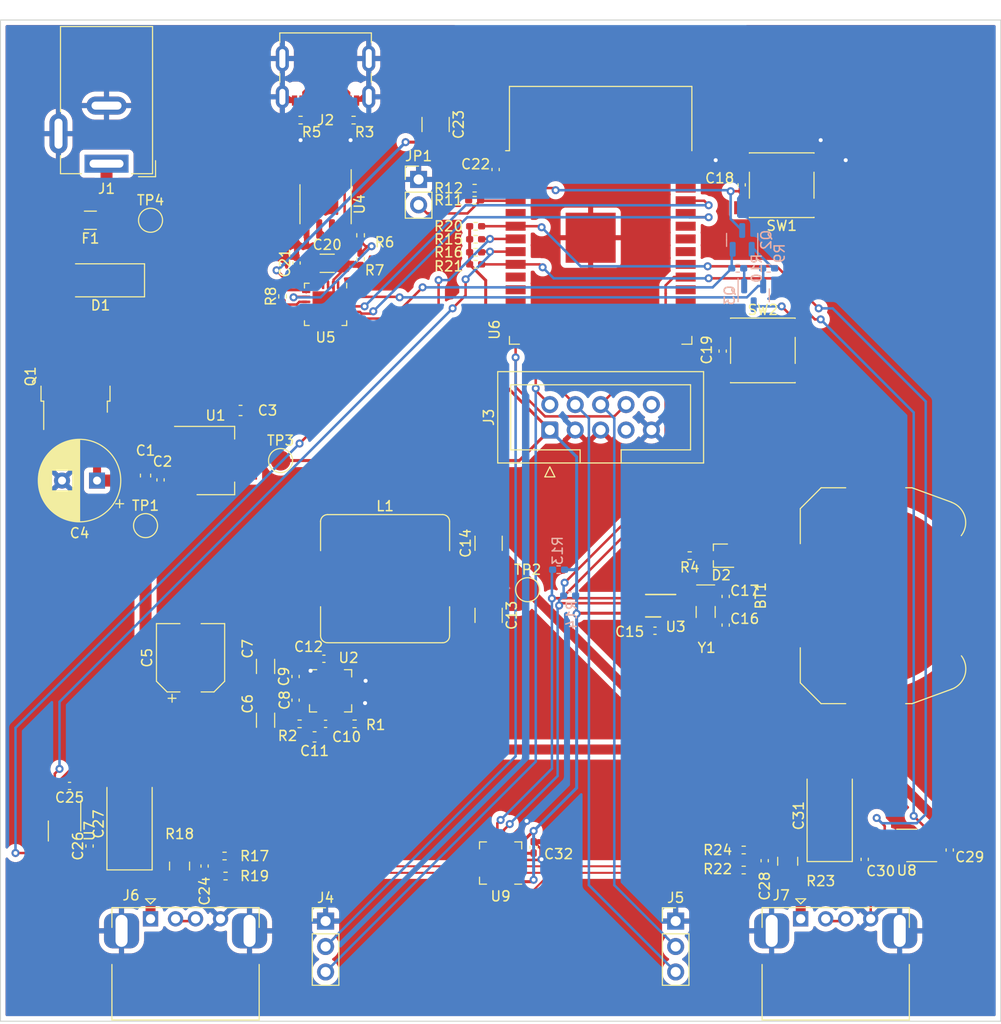
<source format=kicad_pcb>
(kicad_pcb (version 20211014) (generator pcbnew)
  (title_block (comment 4 "AISLER Project ID: GKDCVHRV"))
  (layers (0 "F.Cu" signal) (31 "B.Cu" signal) (34 "B.Paste" user) (35 "F.Paste" user) (36 "B.SilkS" user "B.Silkscreen") (37 "F.SilkS" user "F.Silkscreen") (38 "B.Mask" user) (39 "F.Mask" user) (44 "Edge.Cuts" user))
  (net 0 "")
  (net 1 "GND")
  (net 2 "Net-(BT1-Pad1)")
  (net 3 "+12V")
  (net 4 "+3V3")
  (net 5 "Net-(C10-Pad1)")
  (net 6 "/Power/INTVCC")
  (net 7 "Net-(C12-Pad1)")
  (net 8 "Net-(C12-Pad2)")
  (net 9 "+5V")
  (net 10 "Net-(C16-Pad1)")
  (net 11 "Net-(C17-Pad1)")
  (net 12 "/ESP32/EN")
  (net 13 "/ESP32/BTN")
  (net 14 "Net-(C24-Pad1)")
  (net 15 "Net-(C24-Pad2)")
  (net 16 "Net-(C28-Pad1)")
  (net 17 "Net-(C28-Pad2)")
  (net 18 "Net-(J6-Pad1)")
  (net 19 "Net-(J6-Pad2)")
  (net 21 "/Outputs/USB1_PWR")
  (net 24 "/Outputs/USB2_PWR")
  (net 25 "Net-(D1-Pad2)")
  (net 27 "Net-(D2-Pad3)")
  (net 28 "Net-(F1-Pad1)")
  (net 29 "VBUS")
  (net 30 "Net-(J2-PadA5)")
  (net 31 "/ESP32/DATA+")
  (net 32 "/ESP32/DATA-")
  (net 34 "Net-(J2-PadB5)")
  (net 37 "/ESP32/MTMS{slash}SBC1_RX")
  (net 38 "/ESP32/MTCK{slash}SBC2_TX")
  (net 39 "/ESP32/MTDO{slash}SBC2_RX")
  (net 40 "/ESP32/MTDI{slash}SBC1_RX")
  (net 46 "Net-(J7-Pad1)")
  (net 47 "Net-(J7-Pad2)")
  (net 50 "/ESP32/~{JTAG_EN}")
  (net 51 "Net-(R1-Pad2)")
  (net 52 "/Power/~{RESET}")
  (net 53 "Net-(R4-Pad2)")
  (net 54 "Net-(R6-Pad1)")
  (net 55 "Net-(R8-Pad1)")
  (net 56 "/ESP32/SDA")
  (net 57 "/ESP32/SCL")
  (net 59 "/ESP32/~{SBC1_FLT}")
  (net 60 "/ESP32/~{SBC1_EN}")
  (net 61 "/Outputs/IN-1")
  (net 62 "/Outputs/IN+1")
  (net 63 "/ESP32/~{SBC2_FLT}")
  (net 64 "/ESP32/~{SBC2_EN}")
  (net 65 "/Outputs/IN-2")
  (net 66 "/Outputs/IN+2")
  (net 85 "/ESP32/~{RTS}")
  (net 86 "/ESP32/DEBUG_RX")
  (net 87 "/ESP32/DEBUG_TX")
  (net 89 "/ESP32/~{DTR}")
  (net 100 "/ESP32/D+")
  (net 101 "/ESP32/D-")
  (net 102 "Net-(Q2-Pad1)")
  (net 103 "Net-(Q3-Pad1)")
  (footprint "Capacitor_SMD:C_0603_1608Metric_Pad1.08x0.95mm_HandSolder" (layer "F.Cu") (at 34.5 65.5 90)
    (fp_text reference "C1")
    (fp_text value "1u")
  )
  (footprint "Capacitor_Tantalum_SMD:CP_EIA-7343-31_Kemet-D_Pad2.25x2.55mm_HandSolder" (layer "F.Cu") (at 32.9025 100.3 90)
    (property "Value" "150u")
    (fp_text reference "C27")
    (fp_text value "150u")
  )
  (footprint "Package_SO:VSSOP-8_3.0x3.0mm_P0.65mm" (layer "F.Cu") (at 110.6 102.4425 180)
    (property "Value" "TPS2000C")
    (fp_text reference "U8")
    (fp_text value "TPS2000C")
  )
  (footprint "Resistor_SMD:R_0402_1005Metric_Pad0.72x0.64mm_HandSolder" (layer "F.Cu") (at 67.5 43.2 180)
    (fp_text reference "R16")
    (fp_text value "10k")
  )
  (footprint "Capacitor_SMD:C_0402_1005Metric_Pad0.74x0.62mm_HandSolder" (layer "F.Cu") (at 96.4 103.9675 90)
    (property "Value" "C")
    (fp_text reference "C28")
    (fp_text value "100n")
  )
  (footprint "Fuse:Fuse_1206_3216Metric_Pad1.42x1.75mm_HandSolder" (layer "F.Cu") (at 28.9875 40 180)
    (fp_text reference "F1")
    (fp_text value "5A")
  )
  (footprint "Resistor_SMD:R_0402_1005Metric_Pad0.72x0.64mm_HandSolder" (layer "F.Cu") (at 56 41.5025 90)
    (fp_text reference "R6")
    (fp_text value "22.1k")
  )
  (footprint "Capacitor_SMD:CP_Elec_6.3x5.8" (layer "F.Cu") (at 39 83.7 90)
    (fp_text reference "C5")
    (fp_text value "47u")
  )
  (footprint "Capacitor_SMD:C_0402_1005Metric_Pad0.74x0.62mm_HandSolder" (layer "F.Cu") (at 92.5 80.4325 90)
    (property "Value" "C")
    (fp_text reference "C16")
    (fp_text value "6.8p")
  )
  (footprint "Capacitor_SMD:C_0402_1005Metric_Pad0.74x0.62mm_HandSolder" (layer "F.Cu") (at 94.1 36.4675 90)
    (fp_text reference "C18")
    (fp_text value "100n")
  )
  (footprint "Inductor_SMD:L_Bourns_SRP1245A" (layer "F.Cu") (at 58.45 75.8)
    (fp_text reference "L1")
    (fp_text value "8.2uH")
  )
  (footprint "Capacitor_SMD:C_0402_1005Metric_Pad0.74x0.62mm_HandSolder" (layer "F.Cu") (at 106.4 103.8325 -90)
    (property "Value" "100n")
    (fp_text reference "C30")
    (fp_text value "100n")
  )
  (footprint "TestPoint:TestPoint_Pad_D2.0mm" (layer "F.Cu") (at 34.5 70.5)
    (fp_text reference "TP1")
    (fp_text value "+12V")
  )
  (footprint "Capacitor_SMD:C_0402_1005Metric_Pad0.74x0.62mm_HandSolder" (layer "F.Cu") (at 28.9025 102.5 90)
    (property "Value" "100n")
    (fp_text reference "C26")
    (fp_text value "100n")
  )
  (footprint "Resistor_SMD:R_0402_1005Metric_Pad0.72x0.64mm_HandSolder" (layer "F.Cu") (at 50 30 180)
    (fp_text reference "R5")
    (fp_text value "5.1k")
  )
  (footprint "Resistor_SMD:R_0402_1005Metric_Pad0.72x0.64mm_HandSolder" (layer "F.Cu") (at 55.4025 90.3 180)
    (fp_text reference "R1")
    (fp_text value "51k")
  )
  (footprint "Connector_PinHeader_2.54mm:PinHeader_1x03_P2.54mm_Vertical" (layer "F.Cu") (at 52.5 110)
    (fp_text reference "J4")
    (fp_text value "SBC1_UART")
  )
  (footprint "Capacitor_SMD:C_0402_1005Metric_Pad0.74x0.62mm_HandSolder" (layer "F.Cu") (at 26.9025 96.5 180)
    (property "Value" "100n")
    (fp_text reference "C25")
    (fp_text value "100n")
  )
  (footprint "Capacitor_SMD:C_0402_1005Metric_Pad0.74x0.62mm_HandSolder" (layer "F.Cu") (at 73.3 102.6325 -90)
    (property "Value" "100n")
    (fp_text reference "C32")
    (fp_text value "100n")
  )
  (footprint "Connector_BarrelJack:BarrelJack_Wuerth_6941xx301002" (layer "F.Cu") (at 30.6 34.35 180)
    (fp_text reference "J1")
    (fp_text value "Wuerth_694108301002")
  )
  (footprint "Capacitor_SMD:C_1210_3225Metric_Pad1.33x2.70mm_HandSolder" (layer "F.Cu") (at 63.5 30.4375 -90)
    (fp_text reference "C23")
    (fp_text value "22u")
  )
  (footprint "Capacitor_SMD:C_0402_1005Metric_Pad0.74x0.62mm_HandSolder" (layer "F.Cu") (at 52.3325 83.8)
    (fp_text reference "C12")
    (fp_text value "100n")
  )
  (footprint "Capacitor_SMD:C_1210_3225Metric_Pad1.33x2.70mm_HandSolder" (layer "F.Cu") (at 68.8 72.2625 90)
    (fp_text reference "C14")
    (fp_text value "47u")
  )
  (footprint "Capacitor_SMD:C_0402_1005Metric_Pad0.74x0.62mm_HandSolder" (layer "F.Cu") (at 92.5 77.5675 -90)
    (property "Value" "C")
    (fp_text reference "C17")
    (fp_text value "6.8p")
  )
  (footprint "Connector_PinHeader_2.54mm:PinHeader_1x02_P2.54mm_Vertical" (layer "F.Cu") (at 61.8 35.925)
    (fp_text reference "JP1")
    (fp_text value "JTAG_EN")
  )
  (footprint "Capacitor_Tantalum_SMD:CP_EIA-7343-31_Kemet-D_Pad2.25x2.55mm_HandSolder" (layer "F.Cu") (at 102.9 99.4675 90)
    (property "Value" "150u")
    (fp_text reference "C31")
    (fp_text value "150u")
  )
  (footprint "Capacitor_SMD:C_1210_3225Metric_Pad1.33x2.70mm_HandSolder" (layer "F.Cu") (at 68.8 79.4625 -90)
    (fp_text reference "C13")
    (fp_text value "47u")
  )
  (footprint "Capacitor_SMD:C_0402_1005Metric_Pad0.74x0.62mm_HandSolder" (layer "F.Cu") (at 36 65.9325 90)
    (fp_text reference "C2")
    (fp_text value "100n")
  )
  (footprint "Crystal:Crystal_SMD_G8-2Pin_3.2x1.5mm_HandSoldering" (layer "F.Cu") (at 90.5 79.125 -90)
    (property "Value" "32.768 kHz")
    (fp_text reference "Y1")
    (fp_text value "32.768 kHz")
  )
  (footprint "Connector_USB:USB_A_GCT_USB1125-GF-B" (layer "F.Cu") (at 35 109.7725)
    (fp_text reference "J6")
    (fp_text value "USB_A")
  )
  (footprint "Connector_USB:USB_A_GCT_USB1125-GF-B" (layer "F.Cu") (at 100 109.7725)
    (fp_text reference "J7")
    (fp_text value "USB_A")
  )
  (footprint "Capacitor_SMD:C_0402_1005Metric_Pad0.74x0.62mm_HandSolder" (layer "F.Cu") (at 49.5 85.5675 90)
    (fp_text reference "C9")
    (fp_text value "150p")
  )
  (footprint "Connector_USB:USB_C_Receptacle_JAE_DX07S016JA1R1500" (layer "F.Cu") (at 52.5 25 180)
    (fp_text reference "J2")
    (fp_text value "USB_C_Receptacle_USB2.0")
  )
  (footprint "Capacitor_SMD:C_1206_3216Metric_Pad1.33x1.80mm_HandSolder" (layer "F.Cu") (at 52.6625 44.3)
    (fp_text reference "C20")
    (fp_text value "4.7u")
  )
  (footprint "Capacitor_SMD:C_1206_3216Metric_Pad1.33x1.80mm_HandSolder" (layer "F.Cu") (at 46.5 84.5625 90)
    (fp_text reference "C7")
    (fp_text value "4.7u")
  )
  (footprint "Connector_PinHeader_2.54mm:PinHeader_1x03_P2.54mm_Vertical" (layer "F.Cu") (at 87.5 110)
    (fp_text reference "J5")
    (fp_text value "SBC2_UART")
  )
  (footprint "Package_TO_SOT_SMD:TO-252-2" (layer "F.Cu") (at 27.5 55.6 90)
    (fp_text reference "Q1")
    (fp_text value "FDD4243")
  )
  (footprint "Package_TO_SOT_SMD:SOT-223-3_TabPin2" (layer "F.Cu") (at 41.5 64)
    (fp_text reference "U1")
    (fp_text value "LD1117S33TR_SOT223")
  )
  (footprint "Resistor_SMD:R_Shunt_Ohmite_LVK12" (layer "F.Cu") (at 37.9025 104.5)
    (fp_text reference "R18")
    (fp_text value "R_Shunt")
  )
  (footprint "Capacitor_SMD:C_0402_1005Metric_Pad0.74x0.62mm_HandSolder" (layer "F.Cu") (at 40.4025 104.5 -90)
    (property "Value" "C")
    (fp_text reference "C24")
    (fp_text value "100n")
  )
  (footprint "Capacitor_SMD:C_0402_1005Metric_Pad0.74x0.62mm_HandSolder" (layer "F.Cu") (at 69.5 34.9325 -90)
    (fp_text reference "C22")
    (fp_text value "100n")
  )
  (footprint "Capacitor_SMD:C_0402_1005Metric_Pad0.74x0.62mm_HandSolder" (layer "F.Cu") (at 49.6 44.2675 90)
    (fp_text reference "C21")
    (fp_text value "100n")
  )
  (footprint "Resistor_SMD:R_0402_1005Metric_Pad0.72x0.64mm_HandSolder" (layer "F.Cu") (at 94.3025 102.9 180)
    (fp_text reference "R24")
    (fp_text value "10R")
  )
  (footprint "Resistor_SMD:R_0402_1005Metric_Pad0.72x0.64mm_HandSolder" (layer "F.Cu") (at 48.2 47.6025 90)
    (fp_text reference "R8")
    (fp_text value "1k")
  )
  (footprint "Resistor_SMD:R_0402_1005Metric_Pad0.72x0.64mm_HandSolder" (layer "F.Cu") (at 67.5025 40.6)
    (fp_text reference "R20")
    (fp_text value "10k")
  )
  (footprint "Capacitor_THT:CP_Radial_D8.0mm_P3.50mm" (layer "F.Cu") (at 29.652651 66 180)
    (fp_text reference "C4")
    (fp_text value "470u")
  )
  (footprint "RF_Module:ESP32-WROOM-32" (layer "F.Cu") (at 80 42.5)
    (fp_text reference "U6")
    (fp_text value "ESP32-WROOM-32D")
  )
  (footprint "Package_TO_SOT_SMD:SOT-323_SC-70" (layer "F.Cu") (at 92 73.5 180)
    (property "Value" "BAT54W")
    (fp_text reference "D2")
    (fp_text value "BAT54W")
  )
  (footprint "Capacitor_SMD:C_0402_1005Metric_Pad0.74x0.62mm_HandSolder" (layer "F.Cu") (at 49.5 87.9325 -90)
    (fp_text reference "C8")
    (fp_text value "150p")
  )
  (footprint "Resistor_SMD:R_0402_1005Metric_Pad0.72x0.64mm_HandSolder" (layer "F.Cu") (at 67.4025 36.8)
    (fp_text reference "R12")
    (fp_text value "10k")
  )
  (footprint "Package_DFN_QFN:QFN-24-1EP_4x4mm_P0.5mm_EP2.6x2.6mm" (layer "F.Cu") (at 52.5 48.4 -90)
    (fp_text reference "U5")
    (fp_text value "CP2102N-Axx-xQFN24")
  )
  (footprint "Resistor_SMD:R_0402_1005Metric_Pad0.72x0.64mm_HandSolder" (layer "F.Cu") (at 67.5025 41.9)
    (fp_text reference "R15")
    (fp_text value "10k")
  )
  (footprint "Connector_IDC:IDC-Header_2x05_P2.54mm_Vertical" (layer "F.Cu") (at 74.92 60.9525 90)
    (property "Value" "Conn_ARM_JTAG_SWD_10")
    (fp_text reference "J3")
    (fp_text value "Conn_ARM_JTAG_SWD_10")
  )
  (footprint "Button_Switch_SMD:SW_Push_1P1T_NO_6x6mm_H9.5mm" (layer "F.Cu") (at 96.22 53)
    (fp_text reference "SW2")
    (fp_text value "SW_Push")
  )
  (footprint "Capacitor_SMD:C_0603_1608Metric_Pad1.08x0.95mm_HandSolder" (layer "F.Cu") (at 44 59 180)
    (fp_text reference "C3")
    (fp_text value "10u")
  )
  (footprint "Package_DFN_QFN_custom:TQFN-20-1EP_4x4mm_P0.5mm_EP2.9x2.9mm" (layer "F.Cu") (at 53 87)
    (fp_text reference "U2")
    (fp_text value "MAX17634BATP+")
  )
  (footprint "Resistor_SMD:R_0402_1005Metric_Pad0.72x0.64mm_HandSolder" (layer "F.Cu") (at 67.5 44.4 180)
    (fp_text reference "R21")
    (fp_text value "10k")
  )
  (footprint "Capacitor_SMD:C_0603_1608Metric_Pad1.08x0.95mm_HandSolder" (layer "F.Cu") (at 51.4 91.6)
    (fp_text reference "C11")
    (fp_text value "2.2u")
  )
  (footprint "Resistor_SMD:R_Shunt_Ohmite_LVK12" (layer "F.Cu") (at 98.7 104.025 180)
    (fp_text reference "R23")
    (fp_text value "R_Shunt")
  )
  (footprint "Resistor_SMD:R_0402_1005Metric_Pad0.72x0.64mm_HandSolder" (layer "F.Cu") (at 67.4025 38)
    (fp_text reference "R11")
    (fp_text value "10k")
  )
  (footprint "Resistor_SMD:R_0402_1005Metric_Pad0.72x0.64mm_HandSolder" (layer "F.Cu") (at 94.3025 104.9)
    (fp_text reference "R22")
    (fp_text value "10R")
  )
  (footprint "Package_SO:VSSOP-8_3.0x3.0mm_P0.65mm" (layer "F.Cu") (at 26.4025 101 -90)
    (property "Value" "TPS2000C")
    (fp_text reference "U7")
    (fp_text value "TPS2000C")
  )
  (footprint "Resistor_SMD:R_0402_1005Metric_Pad0.72x0.64mm_HandSolder" (layer "F.Cu") (at 42.5 105.5)
    (property "Value" "10R")
    (fp_text reference "R19")
    (fp_text value "10R")
  )
  (footprint "Package_DFN_QFN:DFN-8-1EP_3x2mm_P0.5mm_EP1.36x1.46mm" (layer "F.Cu") (at 86 78.5 180)
    (property "Value" "MCP7940N-xMNY")
    (fp_text reference "U3")
    (fp_text value "MCP7940N-xMNY")
  )
  (footprint "TestPoint:TestPoint_Pad_D2.0mm" (layer "F.Cu") (at 35 40)
    (fp_text reference "TP4")
    (fp_text value "GND")
  )
  (footprint "Capacitor_SMD:C_0402_1005Metric_Pad0.74x0.62mm_HandSolder" (layer "F.Cu") (at 92.2 53.0675 -90)
    (fp_text reference "C19")
    (fp_text value "100n")
  )
  (footprint "Resistor_SMD:R_0402_1005Metric_Pad0.72x0.64mm_HandSolder" (layer "F.Cu") (at 55.3 30)
    (fp_text reference "R3")
    (fp_text value "5.1k")
  )
  (footprint "Diode_SMD:D_SMA_Handsoldering" (layer "F.Cu") (at 30 46 180)
    (fp_text reference "D1")
    (fp_text value "SMAJ12CA")
  )
  (footprint "Capacitor_SMD:C_0402_1005Metric_Pad0.74x0.62mm_HandSolder" (layer "F.Cu") (at 85.4325 81 180)
    (property "Value" "100n")
    (fp_text reference "C15")
    (fp_text value "100n")
  )
  (footprint "TestPoint:TestPoint_Pad_D2.0mm" (layer "F.Cu") (at 72.7 76.9)
    (fp_text reference "TP2")
    (fp_text value "+5V")
  )
  (footprint "Resistor_SMD:R_0402_1005Metric_Pad0.72x0.64mm_HandSolder" (layer "F.Cu") (at 56 43.9025 90)
    (fp_text reference "R7")
    (fp_text value "47.5k")
  )
  (footprint "Resistor_SMD:R_0402_1005Metric_Pad0.72x0.64mm_HandSolder" (layer "F.Cu") (at 49.9025 90.3)
    (fp_text reference "R2")
    (fp_text value "10k")
  )
  (footprint "Battery:BatteryHolder_Keystone_3034_1x20mm" (layer "F.Cu") (at 107.5 77.5 90)
    (property "Value" "Battery_Cell")
    (fp_text reference "BT1")
    (fp_text value "Battery_Cell")
  )
  (footprint "Package_DFN_QFN:Texas_RGV_S-PVQFN-N16_EP2.1x2.1mm" (layer "F.Cu") (at 70 104.2 180)
    (fp_text reference "U9")
    (fp_text value "INA3221")
  )
  (footprint "TestPoint:TestPoint_Pad_D2.0mm" (layer "F.Cu") (at 48 64)
    (fp_text reference "TP3")
    (fp_text value "+3V3")
  )
  (footprint "Capacitor_SMD:C_1206_3216Metric_Pad1.33x1.80mm_HandSolder" (layer "F.Cu") (at 46.5 89.9375 -90)
    (fp_text reference "C6")
    (fp_text value "4.7u")
  )
  (footprint "Package_SO:SOIC-8_3.9x4.9mm_P1.27mm" (layer "F.Cu") (at 52.5 38.4 -90)
    (fp_text reference "U4")
    (fp_text value "USB6B1")
  )
  (footprint "Capacitor_SMD:C_0402_1005Metric_Pad0.74x0.62mm_HandSolder" (layer "F.Cu") (at 52.5 90.3 180)
    (fp_text reference "C10")
    (fp_text value "5600p")
  )
  (footprint "Resistor_SMD:R_0402_1005Metric_Pad0.72x0.64mm_HandSolder" (layer "F.Cu") (at 88.9025 73.5 180)
    (property "Value" "10k")
    (fp_text reference "R4")
    (fp_text value "10k")
  )
  (footprint "Resistor_SMD:R_0402_1005Metric_Pad0.72x0.64mm_HandSolder" (layer "F.Cu") (at 42.4025 103.5 180)
    (property "Value" "10R")
    (fp_text reference "R17")
    (fp_text value "10R")
  )
  (footprint "Button_Switch_SMD:SW_Push_1P1T_NO_6x6mm_H9.5mm" (layer "F.Cu") (at 98.1 36.5 180)
    (fp_text reference "SW1")
    (fp_text value "SW_Push")
  )
  (footprint "Capacitor_SMD:C_0402_1005Metric_Pad0.74x0.62mm_HandSolder" (layer "F.Cu") (at 114.9 102.9 90)
    (property "Value" "100n")
    (fp_text reference "C29")
    (fp_text value "100n")
  )
  (footprint "Package_TO_SOT_SMD:SOT-23" (layer "B.Cu") (at 95.3 47.5 -90)
    (fp_text reference "Q3")
    (fp_text value "BC846")
  )
  (footprint "Resistor_SMD:R_0402_1005Metric_Pad0.72x0.64mm_HandSolder" (layer "B.Cu") (at 75.7975 74.9 180)
    (fp_text reference "R13")
    (fp_text value "3k3")
  )
  (footprint "Resistor_SMD:R_0402_1005Metric_Pad0.72x0.64mm_HandSolder" (layer "B.Cu") (at 93.7025 44.8)
    (fp_text reference "R10")
    (fp_text value "10k")
  )
  (footprint "Package_TO_SOT_SMD:SOT-23" (layer "B.Cu") (at 94.15 41.9625 90)
    (fp_text reference "Q2")
    (fp_text value "BC846")
  )
  (footprint "Resistor_SMD:R_0402_1005Metric_Pad0.72x0.64mm_HandSolder" (layer "B.Cu") (at 96.795 44.8)
    (fp_text reference "R9")
    (fp_text value "10k")
  )
  (footprint "Resistor_SMD:R_0402_1005Metric_Pad0.72x0.64mm_HandSolder" (layer "B.Cu") (at 76.9 77.5 180)
    (fp_text reference "R14")
    (fp_text value "3k3")
  )
  (gr_line (start 120 20) (end 20 20) (layer "Edge.Cuts") (width 0.1))
  (gr_line (start 120 120) (end 120 20) (layer "Edge.Cuts") (width 0.1))
  (gr_line (start 20 120) (end 120 120) (layer "Edge.Cuts") (width 0.1))
  (gr_line (start 20 20) (end 20 120) (layer "Edge.Cuts") (width 0.1))
  (segment (start 53 87) (end 52 86) (width 0.25) (layer "F.Cu") (net 1))
  (segment (start 88.5 34.245) (end 94.12 34.245) (width 0.25) (layer "F.Cu") (net 1))
  (segment (start 73.70798 103.89202) (end 74 103.6) (width 0.25) (layer "F.Cu") (net 1))
  (segment (start 52 86) (end 50.9875 86) (width 0.25) (layer "F.Cu") (net 1))
  (segment (start 50.9875 85.0125) (end 51 85) (width 0.25) (layer "F.Cu") (net 1))
  (segment (start 70 104.2) (end 70.325 103.875) (width 0.25) (layer "F.Cu") (net 1))
  (segment (start 49.9875 85) (end 50.9875 86) (width 0.25) (layer "F.Cu") (net 1))
  (segment (start 70.975 101.625) (end 72.6 100) (width 0.25) (layer "F.Cu") (net 1))
  (segment (start 50.9875 86) (end 50.9875 85.0125) (width 0.25) (layer "F.Cu") (net 1))
  (segment (start 53.30048 45.952192) (end 54.225 45.027672) (width 0.25) (layer "F.Cu") (net 1))
  (segment (start 73.7745 103.8255) (end 74.086428 103.8255) (width 0.25) (layer "F.Cu") (net 1))
  (segment (start 94.12 34.245) (end 94.125 34.25) (width 0.25) (layer "F.Cu") (net 1))
  (segment (start 53 87) (end 54 88) (width 0.25) (layer "F.Cu") (net 1))
  (segment (start 52.5 89.7325) (end 52.5 89.0125) (width 0.25) (layer "F.Cu") (net 1))
  (segment (start 55.0125 86) (end 56.5 86) (width 0.25) (layer "F.Cu") (net 1))
  (segment (start 52.5 87.5) (end 53 87) (width 0.25) (layer "F.Cu") (net 1))
  (segment (start 74 102.765) (end 73.3 102.065) (width 0.25) (layer "F.Cu") (net 1))
  (segment (start 49.4 28.05) (end 48.555 28.05) (width 0.25) (layer "F.Cu") (net 1))
  (segment (start 54 88) (end 55.0125 88) (width 0.25) (layer "F.Cu") (net 1))
  (segment (start 70.975 102.3375) (end 70.975 103.225) (width 0.25) (layer "F.Cu") (net 1))
  (segment (start 74 103.6) (end 74 102.765) (width 0.25) (layer "F.Cu") (net 1))
  (segment (start 48.555 28.05) (end 48.18 27.675) (width 0.25) (layer "F.Cu") (net 1))
  (segment (start 86.75 77.75) (end 86 78.5) (width 0.25) (layer "F.Cu") (net 1))
  (segment (start 94.125 34.25) (end 94.125 35.875) (width 0.25) (layer "F.Cu") (net 1))
  (segment (start 56.445 28.05) (end 56.82 27.675) (width 0.25) (layer "F.Cu") (net 1))
  (segment (start 71.87952 103.89202) (end 73.70798 103.89202) (width 0.25) (layer "F.Cu") (net 1))
  (segment (start 49.5 85) (end 49.9875 85) (width 0.25) (layer "F.Cu") (net 1))
  (segment (start 70.975 102.3375) (end 70.975 101.625) (width 0.25) (layer "F.Cu") (net 1))
  (segment (start 73.70798 103.89202) (end 73.7745 103.8255) (width 0.25) (layer "F.Cu") (net 1))
  (segment (start 106.4 104.4) (end 107 105) (width 0.25) (layer "F.Cu") (net 1))
  (segment (start 102.075 32.075) (end 102 32) (width 0.25) (layer "F.Cu") (net 1))
  (segment (start 87.5 77.75) (end 86.75 77.75) (width 0.25) (layer "F.Cu") (net 1))
  (segment (start 53.30048 47.59952) (end 53.30048 45.952192) (width 0.25) (layer "F.Cu") (net 1))
  (segment (start 55.8975 31.1025) (end 55 32) (width 0.25) (layer "F.Cu") (net 1))
  (segment (start 54.225 45.027672) (end 54.225 44.3) (width 0.25) (layer "F.Cu") (net 1))
  (segment (start 114.9 103.4675) (end 112.85 103.4675) (width 0.25) (layer "F.Cu") (net 1))
  (segment (start 50 30.5975) (end 49.4025 30) (width 0.25) (layer "F.Cu") (net 1))
  (segment (start 52.5 48.4) (end 53.30048 47.59952) (width 0.25) (layer "F.Cu") (net 1))
  (segment (start 55.6 28.05) (end 56.445 28.05) (width 0.25) (layer "F.Cu") (net 1))
  (segment (start 107 105) (end 111.2175 105) (width 0.25) (layer "F.Cu") (net 1))
  (segment (start 94.125 35.875) (end 94.1 35.9) (width 0.25) (layer "F.Cu") (net 1))
  (segment (start 55.8975 30) (end 55.8975 31.1025) (width 0.25) (layer "F.Cu") (net 1))
  (segment (start 112.85 103.4675) (end 112.8 103.4175) (width 0.25) (layer "F.Cu") (net 1))
  (segment (start 107 105) (end 107 109.7725) (width 0.25) (layer "F.Cu") (net 1))
  (segment (start 51.9325 91.27) (end 52.2625 91.6) (width 0.25) (layer "F.Cu") (net 1))
  (segment (start 52.5 89.0125) (end 52.5 87.5) (width 0.25) (layer "F.Cu") (net 1))
  (segment (start 71.8625 103.875) (end 71.87952 103.89202) (width 0.25) (layer "F.Cu") (net 1))
  (segment (start 70.325 103.875) (end 71.8625 103.875) (width 0.25) (layer "F.Cu") (net 1))
  (segment (start 111.2175 105) (end 112.8 103.4175) (width 0.25) (layer "F.Cu") (net 1))
  (segment (start 55.0125 88) (end 56.222908 88) (width 0.25) (layer "F.Cu") (net 1))
  (segment (start 70.975 103.225) (end 70 104.2) (width 0.25) (layer "F.Cu") (net 1))
  (segment (start 56.222908 88) (end 56.447408 88.2245) (width 0.25) (layer "F.Cu") (net 1))
  (segment (start 51.9325 90.3) (end 51.9325 91.27) (width 0.25) (layer "F.Cu") (net 1))
  (segment (start 50 32) (end 50 30.5975) (width 0.25) (layer "F.Cu") (net 1))
  (segment (start 51.9325 90.3) (end 52.5 89.7325) (width 0.25) (layer "F.Cu") (net 1))
  (via (at 74.086428 103.8255) (size 0.8) (drill 0.4) (layers "F.Cu" "B.Cu") (net 1))
  (via (at 72.6 100) (size 0.8) (drill 0.4) (layers "F.Cu" "B.Cu") (net 1))
  (via (at 56.5 86) (size 0.8) (drill 0.4) (layers "F.Cu" "B.Cu") (net 1))
  (via (at 91.5 34) (size 0.8) (drill 0.4) (layers "F.Cu" "B.Cu") (net 1))
  (via (at 104.5 34) (size 0.8) (drill 0.4) (layers "F.Cu" "B.Cu") (net 1))
  (via (at 51 85) (size 0.8) (drill 0.4) (layers "F.Cu" "B.Cu") (net 1))
  (via (at 55 32) (size 0.8) (drill 0.4) (layers "F.Cu" "B.Cu") (net 1))
  (via (at 56.447408 88.2245) (size 0.8) (drill 0.4) (layers "F.Cu" "B.Cu") (net 1))
  (via (at 50 32) (size 0.8) (drill 0.4) (layers "F.Cu" "B.Cu") (net 1))
  (via (at 102 32) (size 0.8) (drill 0.4) (layers "F.Cu" "B.Cu") (net 1))
  (segment (start 56.447408 86.052592) (end 56.5 86) (width 0.25) (layer "B.Cu") (net 1))
  (segment (start 55 32) (end 50 32) (width 0.25) (layer "B.Cu") (net 1))
  (segment (start 56.447408 88.2245) (end 56.447408 86.052592) (width 0.25) (layer "B.Cu") (net 1))
  (segment (start 105.43957 88.485) (end 107.5 88.485) (width 0.25) (layer "F.Cu") (net 2))
  (segment (start 93 74.15) (end 100.635 66.515) (width 0.25) (layer "F.Cu") (net 2))
  (segment (start 93 76.04543) (end 105.43957 88.485) (width 0.25) (layer "F.Cu") (net 2))
  (segment (start 100.635 66.515) (end 107.5 66.515) (width 0.25) (layer "F.Cu") (net 2))
  (segment (start 93 74.15) (end 93 76.04543) (width 0.25) (layer "F.Cu") (net 2))
  (segment (start 34.5 81.9) (end 39 86.4) (width 1.2) (layer "F.Cu") (net 3))
  (segment (start 47.51 87.365) (end 46.5 88.375) (width 0.8) (layer "F.Cu") (net 3))
  (segment (start 49.9325 87.0675) (end 49.9325 86.5675) (width 0.5) (layer "F.Cu") (net 3))
  (segment (start 49.5 87.365) (end 49.5 86.135) (width 0.5) (layer "F.Cu") (net 3))
  (segment (start 49.56048 87.42548) (end 49.92548 87.42548) (width 0.5) (layer "F.Cu") (net 3))
  (segment (start 49.5 87.365) (end 49.635 87.365) (width 0.5) (layer "F.Cu") (net 3))
  (segment (start 36 66.5) (end 38.15 66.5) (width 0.8) (layer "F.Cu") (net 3))
  (segment (start 38.15 66.5) (end 38.35 66.3) (width 0.8) (layer "F.Cu") (net 3))
  (segment (start 34.1375 66) (end 34.5 66.3625) (width 1.2) (layer "F.Cu") (net 3))
  (segment (start 50.365 87) (end 49.9325 86.5675) (width 0.5) (layer "F.Cu") (net 3))
  (segment (start 49.92548 87.42548) (end 50.56202 87.42548) (width 0.5) (layer "F.Cu") (net 3))
  (segment (start 39.275 86.125) (end 39 86.4) (width 0.8) (layer "F.Cu") (net 3))
  (segment (start 46.5 88.375) (end 46.5 86.125) (width 0.8) (layer "F.Cu") (net 3))
  (segment (start 34.5 70.5) (end 34.5 66.3625) (width 1.2) (layer "F.Cu") (net 3))
  (segment (start 34.5 70.5) (end 34.5 81.9) (width 1.2) (layer "F.Cu") (net 3))
  (segment (start 36 66.5) (end 34.6375 66.5) (width 0.8) (layer "F.Cu") (net 3))
  (segment (start 49.9325 86.5675) (end 49.5 86.135) (width 0.5) (layer "F.Cu") (net 3))
  (segment (start 49.5 87.365) (end 49.56048 87.42548) (width 0.5) (layer "F.Cu") (net 3))
  (segment (start 49.5 86.135) (end 50.035895 86.135) (width 0.5) (layer "F.Cu") (net 3))
  (segment (start 50.035895 86.135) (end 50.450448 86.549553) (width 0.5) (layer "F.Cu") (net 3))
  (segment (start 49.5 87.365) (end 47.51 87.365) (width 1) (layer "F.Cu") (net 3))
  (segment (start 29.652651 59.927349) (end 29.78 59.8) (width 0.8) (layer "F.Cu") (net 3))
  (segment (start 49.92548 87.42548) (end 50.9875 87.42548) (width 0.5) (layer "F.Cu") (net 3))
  (segment (start 29.652651 66) (end 29.652651 59.927349) (width 0.8) (layer "F.Cu") (net 3))
  (segment (start 49.49 86.125) (end 49.5 86.135) (width 0.8) (layer "F.Cu") (net 3))
  (segment (start 50.9875 87) (end 50.365 87) (width 0.5) (layer "F.Cu") (net 3))
  (segment (start 34.6375 66.5) (end 34.5 66.3625) (width 1.2) (layer "F.Cu") (net 3))
  (segment (start 46.5 86.125) (end 49.49 86.125) (width 0.8) (layer "F.Cu") (net 3))
  (segment (start 29.652651 66) (end 34.1375 66) (width 1.2) (layer "F.Cu") (net 3))
  (segment (start 46.5 86.125) (end 39.275 86.125) (width 1.2) (layer "F.Cu") (net 3))
  (segment (start 50.9875 87) (end 50.9875 86.57452) (width 0.5) (layer "F.Cu") (net 3))
  (segment (start 49.635 87.365) (end 49.9325 87.0675) (width 0.5) (layer "F.Cu") (net 3))
  (segment (start 51.1225 86.5) (end 50.5 86.5) (width 0.3) (layer "F.Cu") (net 3))
  (segment (start 50.56202 87.42548) (end 50.9875 87) (width 0.5) (layer "F.Cu") (net 3))
  (segment (start 48.3675 46.0675) (end 49.6 44.835) (width 0.3) (layer "F.Cu") (net 4))
  (segment (start 51.25 44.45) (end 51.1 44.3) (width 0.3) (layer "F.Cu") (net 4))
  (segment (start 47.6 45) (end 48.3675 45.7675) (width 0.3) (layer "F.Cu") (net 4))
  (segment (start 69.305 35.305) (end 69.5 35.5) (width 0.3) (layer "F.Cu") (net 4))
  (segment (start 71.8725 64) (end 74.92 60.9525) (width 0.3) (layer "F.Cu") (net 4))
  (segment (start 38.35 64) (end 44.65 64) (width 0.3) (layer "F.Cu") (net 4))
  (segment (start 50.565 44.835) (end 51.1 44.3) (width 0.3) (layer "F.Cu") (net 4))
  (segment (start 48.2 46.235) (end 48.3675 46.0675) (width 0.3) (layer "F.Cu") (net 4))
  (segment (start 66.805 36.8) (end 66.805 38) (width 0.3) (layer "F.Cu") (net 4))
  (segment (start 44.65 59.2125) (end 44.8625 59) (width 0.3) (layer "F.Cu") (net 4))
  (segment (start 44.65 64) (end 48 64) (width 0.3) (layer "F.Cu") (net 4))
  (segment (start 51.25 46.4625) (end 51.25 44.45) (width 0.3) (layer "F.Cu") (net 4))
  (segment (start 48 64) (end 71.8725 64) (width 0.3) (layer "F.Cu") (net 4))
  (segment (start 71.8625 102.421501) (end 73.284001 101) (width 0.3) (layer "F.Cu") (net 4))
  (segment (start 63.5 32) (end 63.3 32.2) (width 0.3) (layer "F.Cu") (net 4))
  (segment (start 70.975 106.0625) (end 73.112 106.0625) (width 0.3) (layer "F.Cu") (net 4))
  (segment (start 63.5 32) (end 66.805 35.305) (width 0.3) (layer "F.Cu") (net 4))
  (segment (start 66.9025 44.4) (end 66.9025 43.2) (width 0.3) (layer "F.Cu") (net 4))
  (segment (start 50.5625 47.15) (end 51.25 46.4625) (width 0.3) (layer "F.Cu") (net 4))
  (segment (start 73.284001 101) (end 73.3 101) (width 0.3) (layer "F.Cu") (net 4))
  (segment (start 44.8625 50.3425) (end 48.2 47.005) (width 0.3) (layer "F.Cu") (net 4))
  (segment (start 50.362989 46.950489) (end 50.5625 47.15) (width 0.3) (layer "F.Cu") (net 4))
  (segment (start 48.3675 45.7675) (end 48.3675 46.0675) (width 0.3) (layer "F.Cu") (net 4))
  (segment (start 84.5 79.25) (end 84.5 80.635) (width 0.3) (layer "F.Cu") (net 4))
  (segment (start 48.2 47.005) (end 48.2 46.235) (width 0.3) (layer "F.Cu") (net 4))
  (segment (start 44.65 64) (end 44.65 59.2125) (width 0.3) (layer "F.Cu") (net 4))
  (segment (start 68.50605 54.53855) (end 68.50605 46.00355) (width 0.3) (layer "F.Cu") (net 4))
  (segment (start 73.112 106.0625) (end 73.3 105.8745) (width 0.3) (layer "F.Cu") (net 4))
  (segment (start 77.6 79.3) (end 77.65 79.25) (width 0.3) (layer "F.Cu") (net 4))
  (segment (start 71.485 35.5) (end 71.5 35.515) (width 0.3) (layer "F.Cu") (net 4))
  (segment (start 66.805 35.305) (end 66.805 36.8) (width 0.3) (layer "F.Cu") (net 4))
  (segment (start 51.75 46.4625) (end 51.75 44.95) (width 0.3) (layer "F.Cu") (net 4))
  (segment (start 66.9025 41.9025) (end 66.905 41.9) (width 0.3) (layer "F.Cu") (net 4))
  (segment (start 69.5 35.5) (end 71.485 35.5) (width 0.3) (layer "F.Cu") (net 4))
  (segment (start 77.65 79.25) (end 84.5 79.25) (width 0.3) (layer "F.Cu") (net 4))
  (segment (start 48.254511 46.950489) (end 50.362989 46.950489) (width 0.3) (layer "F.Cu") (net 4))
  (segment (start 66.905 41.9) (end 66.905 40.6) (width 0.3) (layer "F.Cu") (net 4))
  (segment (start 66.805 35.305) (end 69.305 35.305) (width 0.3) (layer "F.Cu") (net 4))
  (segment (start 84.5 80.635) (end 84.865 81) (width 0.3) (layer "F.Cu") (net 4))
  (segment (start 63.3 32.2) (end 60.5 32.2) (width 0.3) (layer "F.Cu") (net 4))
  (segment (start 71.8625 103.225) (end 71.8625 102.421501) (width 0.3) (layer "F.Cu") (net 4))
  (segment (start 44.8625 59) (end 44.8625 50.3425) (width 0.3) (layer "F.Cu") (net 4))
  (segment (start 71.8625 103.225) (end 73.275 103.225) (width 0.3) (layer "F.Cu") (net 4))
  (segment (start 73.275 103.225) (end 73.3 103.2) (width 0.3) (layer "F.Cu") (net 4))
  (segment (start 68.50605 46.00355) (end 66.9025 44.4) (width 0.3) (layer "F.Cu") (net 4))
  (segment (start 49.6 44.835) (end 50.565 44.835) (width 0.3) (layer "F.Cu") (net 4))
  (segment (start 51.75 44.95) (end 51.1 44.3) (width 0.3) (layer "F.Cu") (net 4))
  (segment (start 48.2 47.005) (end 48.254511 46.950489) (width 0.3) (layer "F.Cu") (net 4))
  (segment (start 66.9025 43.2) (end 66.9025 41.9025) (width 0.3) (layer "F.Cu") (net 4))
  (segment (start 74.92 60.9525) (end 68.50605 54.53855) (width 0.3) (layer "F.Cu") (net 4))
  (via (at 73.3 105.8745) (size 0.8) (drill 0.4) (layers "F.Cu" "B.Cu") (net 4))
  (via (at 47.6 45) (size 0.8) (drill 0.4) (layers "F.Cu" "B.Cu") (net 4))
  (via (at 60.5 32.2) (size 0.8) (drill 0.4) (layers "F.Cu" "B.Cu") (net 4))
  (via (at 73.3 101) (size 0.8) (drill 0.4) (layers "F.Cu" "B.Cu") (net 4))
  (via (at 77.6 79.3) (size 0.8) (drill 0.4) (layers "F.Cu" "B.Cu") (net 4))
  (segment (start 77.6 63.6325) (end 74.92 60.9525) (width 0.3) (layer "B.Cu") (net 4))
  (segment (start 60.5 32.2) (end 47.7 45) (width 0.3) (layer "B.Cu") (net 4))
  (segment (start 73.3 101) (end 77.6 96.7) (width 0.3) (layer "B.Cu") (net 4))
  (segment (start 77.6 77.6025) (end 77.4975 77.5) (width 0.3) (layer "B.Cu") (net 4))
  (segment (start 77.6 74.7) (end 77.6 63.6325) (width 0.3) (layer "B.Cu") (net 4))
  (segment (start 76.395 74.9) (end 77.4 74.9) (width 0.3) (layer "B.Cu") (net 4))
  (segment (start 77.6 96.7) (end 77.6 79.3) (width 0.3) (layer "B.Cu") (net 4))
  (segment (start 77.6 79.3) (end 77.6 77.6025) (width 0.3) (layer "B.Cu") (net 4))
  (segment (start 47.7 45) (end 47.6 45) (width 0.3) (layer "B.Cu") (net 4))
  (segment (start 77.4 74.9) (end 77.6 74.7) (width 0.3) (layer "B.Cu") (net 4))
  (segment (start 73.3 105.8745) (end 73.3 101) (width 0.3) (layer "B.Cu") (net 4))
  (segment (start 77.6 79.3) (end 77.6 74.7) (width 0.3) (layer "B.Cu") (net 4))
  (segment (start 53 89.0125) (end 53 90.2325) (width 0.25) (layer "F.Cu") (net 5))
  (segment (start 53 90.2325) (end 53.0675 90.3) (width 0.25) (layer "F.Cu") (net 5))
  (segment (start 50.5375 91.6) (end 50.5375 90.3375) (width 0.25) (layer "F.Cu") (net 6))
  (segment (start 50.7125 90.3) (end 52 89.0125) (width 0.25) (layer "F.Cu") (net 6))
  (segment (start 50.5 90.3) (end 50.7125 90.3) (width 0.25) (layer "F.Cu") (net 6))
  (segment (start 50.5375 90.3375) (end 50.5 90.3) (width 0.25) (layer "F.Cu") (net 6))
  (segment (start 51.765 84.7525) (end 52 84.9875) (width 0.25) (layer "F.Cu") (net 7))
  (segment (start 51.765 83.8) (end 51.765 84.7525) (width 0.25) (layer "F.Cu") (net 7))
  (segment (start 53.2875 84.9875) (end 53.2875 84.2875) (width 0.3) (layer "F.Cu") (net 8))
  (segment (start 53 83.9) (end 52.9 83.8) (width 0.5) (layer "F.Cu") (net 8))
  (segment (start 52.5 84.9875) (end 52.5 84.2) (width 0.3) (layer "F.Cu") (net 8))
  (segment (start 53 84) (end 53 83.9) (width 0.5) (layer "F.Cu") (net 8))
  (segment (start 52.5 84.9875) (end 53 84.9875) (width 0.3) (layer "F.Cu") (net 8))
  (segment (start 52.5 84.2) (end 52.9 83.8) (width 0.3) (layer "F.Cu") (net 8))
  (segment (start 53.5 84.9875) (end 53 84.9875) (width 0.25) (layer "F.Cu") (net 8))
  (segment (start 52.9 75.8) (end 52.9 83.8) (width 1.1) (layer "F.Cu") (net 8))
  (segment (start 53.2875 84.2875) (end 53 84) (width 0.3) (layer "F.Cu") (net 8))
  (segment (start 53 84.9875) (end 53 84) (width 0.5) (layer "F.Cu") (net 8))
  (segment (start 26.335 96.5) (end 26.335 96.059027) (width 1) (layer "F.Cu") (net 9))
  (segment (start 72.7 76.9) (end 85.619511 89.819511) (width 1) (layer "F.Cu") (net 9))
  (segment (start 26.335 97.835) (end 26.452989 97.952989) (width 1) (layer "F.Cu") (net 9))
  (segment (start 57.05548 90.94452) (end 54.050417 90.94452) (width 0.25) (layer "F.Cu") (net 9))
  (segment (start 68.8 73.825) (end 65.975 73.825) (width 2.25) (layer "F.Cu") (net 9))
  (segment (start 71.7 77.9) (end 72.7 76.9) (width 1) (layer "F.Cu") (net 9))
  (segment (start 56.9 87.5) (end 57.4 88) (width 0.25) (layer "F.Cu") (net 9))
  (segment (start 114.840489 102.392011) (end 112.900978 102.392011) (width 1) (layer "F.Cu") (net 9))
  (segment (start 26.452989 97.952989) (end 26.452989 98.8) (width 1) (layer "F.Cu") (net 9))
  (segment (start 57.4 90.6) (end 57.05548 90.94452) (width 0.25) (layer "F.Cu") (net 9))
  (segment (start 29.532007 92.86202) (end 82.577002 92.86202) (width 1) (layer "F.Cu") (net 9))
  (segment (start 68.8 77.9) (end 71.7 77.9) (width 2.25) (layer "F.Cu") (net 9))
  (segment (start 53.5 89.630718) (end 53.5 89.0125) (width 0.25) (layer "F.Cu") (net 9))
  (segment (start 64 80.4) (end 56.9 87.5) (width 0.25) (layer "F.Cu") (net 9))
  (segment (start 103.501033 89.819511) (end 114.9 101.218478) (width 1) (layer "F.Cu") (net 9))
  (segment (start 57.4 88) (end 57.4 90.6) (width 0.25) (layer "F.Cu") (net 9))
  (segment (start 26.335 96.5) (end 26.335 97.835) (width 1) (layer "F.Cu") (net 9))
  (segment (start 85.619511 89.819511) (end 103.501033 89.819511) (width 1) (layer "F.Cu") (net 9))
  (segment (start 68.8 77.9) (end 66.1 77.9) (width 2.25) (layer "F.Cu") (net 9))
  (segment (start 56.9 87.5) (end 55.0125 87.5) (width 0.25) (layer "F.Cu") (net 9))
  (segment (start 114.9 101.218478) (end 114.9 102.3325) (width 1) (layer "F.Cu") (net 9))
  (segment (start 54.050417 90.94452) (end 54.050417 90.181135) (width 0.25) (layer "F.Cu") (net 9))
  (segment (start 82.577002 92.86202) (end 85.619511 89.819511) (width 1) (layer "F.Cu") (net 9))
  (segment (start 64 80.4) (end 64 75.8) (width 0.25) (layer "F.Cu") (net 9))
  (segment (start 66.1 77.9) (end 64 75.8) (width 2.25) (layer "F.Cu") (net 9))
  (segment (start 69.625 73.825) (end 72.7 76.9) (width 2.25) (layer "F.Cu") (net 9))
  (segment (start 112.900978 102.392011) (end 112.8 102.492989) (width 1) (layer "F.Cu") (net 9))
  (segment (start 65.975 73.825) (end 64 75.8) (width 2.25) (layer "F.Cu") (net 9))
  (segment (start 114.9 102.3325) (end 114.840489 102.392011) (width 1) (layer "F.Cu") (net 9))
  (segment (start 68.8 73.825) (end 69.625 73.825) (width 1) (layer "F.Cu") (net 9))
  (segment (start 26.335 96.059027) (end 29.532007 92.86202) (width 1) (layer "F.Cu") (net 9))
  (segment (start 54.050417 90.181135) (end 53.5 89.630718) (width 0.25) (layer "F.Cu") (net 9))
  (segment (start 92.5 81) (end 90.75 81) (width 0.25) (layer "F.Cu") (net 10))
  (segment (start 89 79.25) (end 90.5 80.75) (width 0.25) (layer "F.Cu") (net 10))
  (segment (start 87.5 79.25) (end 89 79.25) (width 0.25) (layer "F.Cu") (net 10))
  (segment (start 90.75 81) (end 90.5 80.75) (width 0.25) (layer "F.Cu") (net 10))
  (segment (start 91 77) (end 90.5 77.5) (width 0.25) (layer "F.Cu") (net 11))
  (segment (start 87.5 78.75) (end 89.25 78.75) (width 0.25) (layer "F.Cu") (net 11))
  (segment (start 89.25 78.75) (end 90.5 77.5) (width 0.25) (layer "F.Cu") (net 11))
  (segment (start 92.5 77) (end 91 77) (width 0.25) (layer "F.Cu") (net 11))
  (segment (start 75.285 36.785) (end 75.5 37) (width 0.25) (layer "F.Cu") (net 12))
  (segment (start 94.125 38.75) (end 102.075 38.75) (width 0.25) (layer "F.Cu") (net 12))
  (segment (start 94.1 37.035) (end 94.1 38.725) (width 0.25) (layer "F.Cu") (net 12))
  (segment (start 93 37.1) (end 94.035 37.1) (width 0.25) (layer "F.Cu") (net 12))
  (segment (start 68 36.8) (end 69.47 36.8) (width 0.25) (layer "F.Cu") (net 12))
  (segment (start 94.1 38.725) (end 94.125 38.75) (width 0.25) (layer "F.Cu") (net 12))
  (segment (start 94.035 37.1) (end 94.1 37.035) (width 0.25) (layer "F.Cu") (net 12))
  (segment (start 69.47 36.8) (end 69.485 36.785) (width 0.25) (layer "F.Cu") (net 12))
  (segment (start 71.5 36.785) (end 75.285 36.785) (width 0.25) (layer "F.Cu") (net 12))
  (segment (start 71.5 36.785) (end 69.485 36.785) (width 0.25) (layer "F.Cu") (net 12))
  (via (at 75.5 37) (size 0.8) (drill 0.4) (layers "F.Cu" "B.Cu") (net 12))
  (via (at 93 37.1) (size 0.8) (drill 0.4) (layers "F.Cu" "B.Cu") (net 12))
  (segment (start 94.15 41.025) (end 93 39.875) (width 0.25) (layer "B.Cu") (net 12))
  (segment (start 93 39.875) (end 93 37.1) (width 0.25) (layer "B.Cu") (net 12))
  (segment (start 92.9 37) (end 93 37.1) (width 0.25) (layer "B.Cu") (net 12))
  (segment (start 75.5 37) (end 92.9 37) (width 0.25) (layer "B.Cu") (net 12))
  (segment (start 100.195 50.75) (end 100.195 50.695) (width 0.25) (layer "F.Cu") (net 13))
  (segment (start 88.5 50.755) (end 92.24 50.755) (width 0.25) (layer "F.Cu") (net 13))
  (segment (start 92.2 52.5) (end 92.2 50.795) (width 0.25) (layer "F.Cu") (net 13))
  (segment (start 92.2 50.795) (end 92.245 50.75) (width 0.25) (layer "F.Cu") (net 13))
  (segment (start 92.245 50.75) (end 100.195 50.75) (width 0.25) (layer "F.Cu") (net 13))
  (segment (start 100.195 50.695) (end 98.1 48.6) (width 0.25) (layer "F.Cu") (net 13))
  (segment (start 92.24 50.755) (end 92.245 50.75) (width 0.25) (layer "F.Cu") (net 13))
  (via (at 98.1 48.6) (size 0.8) (drill 0.4) (layers "F.Cu" "B.Cu") (net 13))
  (segment (start 95.4625 48.6) (end 95.3 48.4375) (width 0.25) (layer "B.Cu") (net 13))
  (segment (start 98.1 48.6) (end 95.4625 48.6) (width 0.25) (layer "B.Cu") (net 13))
  (segment (start 39.595 103.125) (end 40.4025 103.9325) (width 0.25) (layer "F.Cu") (net 14))
  (segment (start 38.6025 103.125) (end 39.595 103.125) (width 0.25) (layer "F.Cu") (net 14))
  (segment (start 40.835 103.5) (end 40.4025 103.9325) (width 0.25) (layer "F.Cu") (net 14))
  (segment (start 41.805 103.5) (end 40.835 103.5) (width 0.25) (layer "F.Cu") (net 14))
  (segment (start 39.595 105.875) (end 40.4025 105.0675) (width 0.25) (layer "F.Cu") (net 15))
  (segment (start 38.6025 105.875) (end 39.595 105.875) (width 0.25) (layer "F.Cu") (net 15))
  (segment (start 40.835 105.5) (end 40.4025 105.0675) (width 0.25) (layer "F.Cu") (net 15))
  (segment (start 41.9025 105.5) (end 40.835 105.5) (width 0.25) (layer "F.Cu") (net 15))
  (segment (start 98 105.4) (end 98 105.5) (width 0.25) (layer "F.Cu") (net 16))
  (segment (start 94.9 104.9) (end 96.035 104.9) (width 0.25) (layer "F.Cu") (net 16))
  (segment (start 98 105.5) (end 97.365 105.5) (width 0.25) (layer "F.Cu") (net 16))
  (segment (start 96.035 104.9) (end 96.4 104.535) (width 0.25) (layer "F.Cu") (net 16))
  (segment (start 97.365 105.5) (end 96.4 104.535) (width 0.25) (layer "F.Cu") (net 16))
  (segment (start 94.9 102.9) (end 95.9 102.9) (width 0.25) (layer "F.Cu") (net 17))
  (segment (start 98 102.65) (end 97.15 102.65) (width 0.25) (layer "F.Cu") (net 17))
  (segment (start 97.15 102.65) (end 96.4 103.4) (width 0.25) (layer "F.Cu") (net 17))
  (segment (start 95.9 102.9) (end 96.4 103.4) (width 0.25) (layer "F.Cu") (net 17))
  (segment (start 35 109.7725) (end 35 108.0775) (width 1) (layer "F.Cu") (net 18))
  (segment (start 35 108.0775) (end 37.2025 105.875) (width 1) (layer "F.Cu") (net 18))
  (segment (start 37.5 110) (end 39.5 110) (width 0.25) (layer "F.Cu") (net 19))
  (segment (start 26.7275 103.2) (end 27.3775 103.2) (width 1) (layer "F.Cu") (net 21))
  (segment (start 26.7275 103.2) (end 26.102011 103.2) (width 0.5) (layer "F.Cu") (net 21))
  (segment (start 28.9025 103.0675) (end 32.47 103.0675) (width 1) (layer "F.Cu") (net 21))
  (segment (start 27.3775 103.2) (end 28.77 103.2) (width 1) (layer "F.Cu") (net 21))
  (segment (start 33.2775 103.125) (end 32.9025 103.5) (width 1) (layer "F.Cu") (net 21))
  (segment (start 28.77 103.2) (end 28.9025 103.0675) (width 1) (layer "F.Cu") (net 21))
  (segment (start 37.2025 103.125) (end 33.2775 103.125) (width 1) (layer "F.Cu") (net 21))
  (segment (start 32.47 103.0675) (end 32.9025 103.5) (width 1) (layer "F.Cu") (net 21))
  (segment (start 106.8975 102.7675) (end 106.4 103.265) (width 1) (layer "F.Cu") (net 24))
  (segment (start 102.9 102.6675) (end 105.8025 102.6675) (width 1) (layer "F.Cu") (net 24))
  (segment (start 99.4 102.65) (end 102.8825 102.65) (width 1) (layer "F.Cu") (net 24))
  (segment (start 107.272989 102.392011) (end 106.4 103.265) (width 1) (layer "F.Cu") (net 24))
  (segment (start 106.077989 102.392011) (end 107.272989 102.392011) (width 1) (layer "F.Cu") (net 24))
  (segment (start 105.8025 102.6675) (end 106.4 103.265) (width 1) (layer "F.Cu") (net 24))
  (segment (start 108.4 103.4175) (end 107.1825 103.4175) (width 1) (layer "F.Cu") (net 24))
  (segment (start 107.1825 103.4175) (end 107.1 103.5) (width 1) (layer "F.Cu") (net 24))
  (segment (start 105.8025 102.6675) (end 106.077989 102.392011) (width 1) (layer "F.Cu") (net 24))
  (segment (start 108.4 102.7675) (end 106.8975 102.7675) (width 1) (layer "F.Cu") (net 24))
  (segment (start 102.8825 102.65) (end 102.9 102.6675) (width 1) (layer "F.Cu") (net 24))
  (segment (start 27.5 46) (end 27.5 40) (width 1.2) (layer "F.Cu") (net 25))
  (segment (start 27.5 46) (end 27.5 53.5) (width 1.2) (layer "F.Cu") (net 25))
  (segment (start 89.5 73.5) (end 91 73.5) (width 0.25) (layer "F.Cu") (net 27))
  (segment (start 30.6 34.35) (end 30.6 39.875) (width 1.2) (layer "F.Cu") (net 28))
  (segment (start 30.6 39.875) (end 30.475 40) (width 0.8) (layer "F.Cu") (net 28))
  (segment (start 56.57952 29.639306) (end 56.57952 33.75048) (width 0.25) (layer "F.Cu") (net 29))
  (segment (start 50.15 28.05) (end 50.290489 27.909511) (width 0.25) (layer "F.Cu") (net 29))
  (segment (start 56.295694 29.35548) (end 56.57952 29.639306) (width 0.25) (layer "F.Cu") (net 29))
  (segment (start 50.290489 27.225489) (end 50.845375 26.670603) (width 0.25) (layer "F.Cu") (net 29))
  (segment (start 54.85 28.8) (end 55.40548 29.35548) (width 0.25) (layer "F.Cu") (net 29))
  (segment (start 54.405 40.875) (end 55.97 40.875) (width 0.25) (layer "F.Cu") (net 29))
  (segment (start 50.845375 26.670603) (end 54.266685 26.670603) (width 0.25) (layer "F.Cu") (net 29))
  (segment (start 55.97 40.875) (end 56 40.905) (width 0.25) (layer "F.Cu") (net 29))
  (segment (start 54.405 35.925) (end 54.405 40.875) (width 0.25) (layer "F.Cu") (net 29))
  (segment (start 50.290489 27.909511) (end 50.290489 27.225489) (width 0.25) (layer "F.Cu") (net 29))
  (segment (start 56.57952 33.75048) (end 54.405 35.925) (width 0.25) (layer "F.Cu") (net 29))
  (segment (start 54.85 27.253918) (end 54.85 28.05) (width 0.25) (layer "F.Cu") (net 29))
  (segment (start 54.266685 26.670603) (end 54.85 27.253918) (width 0.25) (layer "F.Cu") (net 29))
  (segment (start 54.85 28.05) (end 54.85 28.8) (width 0.25) (layer "F.Cu") (net 29))
  (segment (start 55.40548 29.35548) (end 56.295694 29.35548) (width 0.25) (layer "F.Cu") (net 29))
  (segment (start 54.25 29.5475) (end 54.7025 30) (width 0.25) (layer "F.Cu") (net 30))
  (segment (start 54.25 28.05) (end 54.25 29.5475) (width 0.25) (layer "F.Cu") (net 30))
  (segment (start 52.75 28.784022) (end 52.75 28.05) (width 0.2) (layer "F.Cu") (net 31))
  (segment (start 53.135 29.169022) (end 52.75 28.784022) (width 0.2) (layer "F.Cu") (net 31))
  (segment (start 53.135 35.925) (end 53.135 29.169022) (width 0.2) (layer "F.Cu") (net 31))
  (segment (start 52.25 28.05) (end 52.75 28.05) (width 0.2) (layer "F.Cu") (net 31))
  (segment (start 52.53548 35.25452) (end 52.53548 34.913803) (width 0.2) (layer "F.Cu") (net 32))
  (segment (start 53.25 27.434511) (end 53.25 28.05) (width 0.2) (layer "F.Cu") (net 32))
  (segment (start 51.815489 28.115489) (end 51.75 28.05) (width 0.2) (layer "F.Cu") (net 32))
  (segment (start 52.53548 34.913803) (end 52.684999 34.764284) (width 0.2) (layer "F.Cu") (net 32))
  (segment (start 51.75 28.05) (end 51.75 27.315978) (width 0.2) (layer "F.Cu") (net 32))
  (segment (start 51.865 35.925) (end 52.53548 35.25452) (width 0.2) (layer "F.Cu") (net 32))
  (segment (start 53.065978 27.250489) (end 53.25 27.434511) (width 0.2) (layer "F.Cu") (net 32))
  (segment (start 51.815489 27.250489) (end 53.065978 27.250489) (width 0.2) (layer "F.Cu") (net 32))
  (segment (start 52.179106 28.849511) (end 51.815489 28.849511) (width 0.2) (layer "F.Cu") (net 32))
  (segment (start 52.684999 34.764284) (end 52.684999 29.355404) (width 0.2) (layer "F.Cu") (net 32))
  (segment (start 51.75 27.315978) (end 51.815489 27.250489) (width 0.2) (layer "F.Cu") (net 32))
  (segment (start 52.684999 29.355404) (end 52.179106 28.849511) (width 0.2) (layer "F.Cu") (net 32))
  (segment (start 51.815489 28.849511) (end 51.815489 28.115489) (width 0.2) (layer "F.Cu") (net 32))
  (segment (start 51.25 29.3475) (end 51.25 28.05) (width 0.25) (layer "F.Cu") (net 34))
  (segment (start 50.5975 30) (end 51.25 29.3475) (width 0.25) (layer "F.Cu") (net 34))
  (segment (start 73.510489 57.002989) (end 73.510489 56.789511) (width 0.25) (layer "F.Cu") (net 37))
  (segment (start 73.510489 50.410489) (end 72.585 49.485) (width 0.25) (layer "F.Cu") (net 37))
  (segment (start 74.92 58.4125) (end 73.510489 57.002989) (width 0.25) (layer "F.Cu") (net 37))
  (segment (start 73.510489 56.789511) (end 73.510489 50.410489) (width 0.25) (layer "F.Cu") (net 37))
  (segment (start 72.585 49.485) (end 71.5 49.485) (width 0.25) (layer "F.Cu") (net 37))
  (via (at 73.510489 56.789511) (size 0.8) (drill 0.4) (layers "F.Cu" "B.Cu") (net 37))
  (segment (start 73.510489 94.069511) (end 73.510489 56.789511) (width 0.25) (layer "B.Cu") (net 37))
  (segment (start 52.5 115.08) (end 73.510489 94.069511) (width 0.25) (layer "B.Cu") (net 37))
  (segment (start 75.555 56.5075) (end 77.46 58.4125) (width 0.25) (layer "F.Cu") (net 38))
  (segment (start 75.555 51.755) (end 75.555 56.5075) (width 0.25) (layer "F.Cu") (net 38))
  (segment (start 87.5 115.08) (end 78.825489 106.405489) (width 0.25) (layer "B.Cu") (net 38))
  (segment (start 78.825489 106.405489) (end 78.825489 59.777989) (width 0.25) (layer "B.Cu") (net 38))
  (segment (start 78.825489 59.777989) (end 77.46 58.4125) (width 0.25) (layer "B.Cu") (net 38))
  (segment (start 84.445 51.755) (end 84.445 53.9675) (width 0.25) (layer "F.Cu") (net 39))
  (segment (start 84.445 53.9675) (end 80 58.4125) (width 0.25) (layer "F.Cu") (net 39))
  (segment (start 87.5 112.54) (end 81.365489 106.405489) (width 0.25) (layer "B.Cu") (net 39))
  (segment (start 81.365489 106.405489) (end 81.365489 59.777989) (width 0.25) (layer "B.Cu") (net 39))
  (segment (start 81.365489 59.777989) (end 80 58.4125) (width 0.25) (layer "B.Cu") (net 39))
  (segment (start 71.5 56.65351) (end 71.5 53.7) (width 0.25) (layer "F.Cu") (net 40))
  (segment (start 74.433501 59.587011) (end 71.5 56.65351) (width 0.25) (layer "F.Cu") (net 40))
  (segment (start 82.54 58.4125) (end 81.365489 59.587011) (width 0.25) (layer "F.Cu") (net 40))
  (segment (start 71.5 53.7) (end 71.5 50.755) (width 0.25) (layer "F.Cu") (net 40))
  (segment (start 81.365489 59.587011) (end 74.433501 59.587011) (width 0.25) (layer "F.Cu") (net 40))
  (via (at 71.5 53.7) (size 0.8) (drill 0.4) (layers "F.Cu" "B.Cu") (net 40))
  (segment (start 52.5 112.54) (end 71.5 93.54) (width 0.25) (layer "B.Cu") (net 40))
  (segment (start 71.5 93.54) (end 71.5 53.7) (width 0.25) (layer "B.Cu") (net 40))
  (segment (start 100 109.7725) (end 100 106) (width 1) (layer "F.Cu") (net 46))
  (segment (start 100 106) (end 99.4 105.4) (width 1) (layer "F.Cu") (net 46))
  (segment (start 102.5 110) (end 104.5 110) (width 0.25) (layer "F.Cu") (net 47))
  (segment (start 68.055 38.055) (end 71.5 38.055) (width 0.25) (layer "F.Cu") (net 50))
  (segment (start 68 38) (end 66.685 39.315) (width 0.25) (layer "F.Cu") (net 50))
  (segment (start 66.685 39.315) (end 62.65 39.315) (width 0.25) (layer "F.Cu") (net 50))
  (segment (start 62.65 39.315) (end 61.8 38.465) (width 0.25) (layer "F.Cu") (net 50))
  (segment (start 54 89.0125) (end 54 89.495) (width 0.25) (layer "F.Cu") (net 51))
  (segment (start 54 89.495) (end 54.805 90.3) (width 0.25) (layer "F.Cu") (net 51))
  (segment (start 49.305 89.795) (end 51 88.1) (width 0.25) (layer "F.Cu") (net 52))
  (segment (start 49.305 90.3) (end 49.305 89.795) (width 0.25) (layer "F.Cu") (net 52))
  (segment (start 88.174022 78.25) (end 88.305 78.119022) (width 0.25) (layer "F.Cu") (net 53))
  (segment (start 88.305 78.119022) (end 88.305 73.5) (width 0.25) (layer "F.Cu") (net 53))
  (segment (start 87.5 78.25) (end 88.174022 78.25) (width 0.25) (layer "F.Cu") (net 53))
  (segment (start 56 42.1) (end 56 43.305) (width 0.25) (layer "F.Cu") (net 54))
  (segment (start 49.35 47.65) (end 49.3 47.7) (width 0.25) (layer "F.Cu") (net 54))
  (segment (start 50.5625 47.65) (end 49.35 47.65) (width 0.25) (layer "F.Cu") (net 54))
  (segment (start 57.1 42.6) (end 56.5 42.6) (width 0.25) (layer "F.Cu") (net 54))
  (segment (start 57.1 42.6) (end 56.705 42.6) (width 0.25) (layer "F.Cu") (net 54))
  (segment (start 56.5 42.6) (end 56 42.1) (width 0.25) (layer "F.Cu") (net 54))
  (segment (start 56.705 42.6) (end 56 43.305) (width 0.25) (layer "F.Cu") (net 54))
  (via (at 49.3 47.7) (size 0.8) (drill 0.4) (layers "F.Cu" "B.Cu") (net 54))
  (via (at 57.1 42.6) (size 0.8) (drill 0.4) (layers "F.Cu" "B.Cu") (net 54))
  (segment (start 52 47.7) (end 57.1 42.6) (width 0.25) (layer "B.Cu") (net 54))
  (segment (start 49.3 47.7) (end 52 47.7) (width 0.25) (layer "B.Cu") (net 54))
  (segment (start 48.2 48.2) (end 48.424511 48.424511) (width 0.25) (layer "F.Cu") (net 55))
  (segment (start 48.424511 48.424511) (end 49.600103 48.424511) (width 0.25) (layer "F.Cu") (net 55))
  (segment (start 49.600103 48.424511) (end 49.874614 48.15) (width 0.25) (layer "F.Cu") (net 55))
  (segment (start 49.874614 48.15) (end 50.5625 48.15) (width 0.25) (layer "F.Cu") (net 55))
  (segment (start 87.175489 66.675489) (end 76.100978 77.75) (width 0.25) (layer "F.Cu") (net 56))
  (segment (start 88.5 49.485) (end 87.25 49.485) (width 0.25) (layer "F.Cu") (net 56))
  (segment (start 69.675 102.3375) (end 69.675 100.225) (width 0.25) (layer "F.Cu") (net 56))
  (segment (start 87.175489 49.559511) (end 87.175489 66.675489) (width 0.25) (layer "F.Cu") (net 56))
  (segment (start 75.15 77.75) (end 75.127464 77.772536) (width 0.25) (layer "F.Cu") (net 56))
  (segment (start 76.100978 77.75) (end 75.65 77.75) (width 0.25) (layer "F.Cu") (net 56))
  (segment (start 69.675 100.225) (end 70 99.9) (width 0.25) (layer "F.Cu") (net 56))
  (segment (start 84.5 77.75) (end 75.65 77.75) (width 0.25) (layer "F.Cu") (net 56))
  (segment (start 75.65 77.75) (end 75.15 77.75) (width 0.25) (layer "F.Cu") (net 56))
  (segment (start 87.25 49.485) (end 87.175489 49.559511) (width 0.25) (layer "F.Cu") (net 56))
  (via (at 75.127464 77.772536) (size 0.8) (drill 0.4) (layers "F.Cu" "B.Cu") (net 56))
  (via (at 70 99.9) (size 0.8) (drill 0.4) (layers "F.Cu" "B.Cu") (net 56))
  (segment (start 75.127464 77.772536) (end 75.127464 94.772536) (width 0.25) (layer "B.Cu") (net 56))
  (segment (start 75.127464 77.772536) (end 75.127464 74.972536) (width 0.25) (layer "B.Cu") (net 56))
  (segment (start 75.127464 94.772536) (end 70 99.9) (width 0.25) (layer "B.Cu") (net 56))
  (segment (start 75.127464 74.972536) (end 75.2 74.9) (width 0.25) (layer "B.Cu") (net 56))
  (segment (start 76.081255 78.25) (end 75.851964 78.479291) (width 0.25) (layer "F.Cu") (net 57))
  (segment (start 86.5 66.1) (end 86.5 47.3) (width 0.25) (layer "F.Cu") (net 57))
  (segment (start 88.5 45.675) (end 87.325 45.675) (width 0.25) (layer "F.Cu") (net 57))
  (segment (start 86.5 46.5) (end 86.5 47.3) (width 0.25) (layer "F.Cu") (net 57))
  (segment (start 76.4 76.2) (end 86.5 66.1) (width 0.25) (layer "F.Cu") (net 57))
  (segment (start 70.325 102.3375) (end 70.325 100.894294) (width 0.25) (layer "F.Cu") (net 57))
  (segment (start 84.5 78.25) (end 76.081255 78.25) (width 0.25) (layer "F.Cu") (net 57))
  (segment (start 70.325 100.894294) (end 70.913357 100.305937) (width 0.25) (layer "F.Cu") (net 57))
  (segment (start 87.325 45.675) (end 86.5 46.5) (width 0.25) (layer "F.Cu") (net 57))
  (via (at 76.4 76.2) (size 0.8) (drill 0.4) (layers "F.Cu" "B.Cu") (net 57))
  (via (at 70.913357 100.305937) (size 0.8) (drill 0.4) (layers "F.Cu" "B.Cu") (net 57))
  (via (at 75.851964 78.479291) (size 0.8) (drill 0.4) (layers "F.Cu" "B.Cu") (net 57))
  (segment (start 75.7 78.631255) (end 75.851964 78.479291) (width 0.25) (layer "B.Cu") (net 57))
  (segment (start 70.913357 100.305937) (end 70.913357 100.286643) (width 0.25) (layer "B.Cu") (net 57))
  (segment (start 75.7 95.5) (end 75.7 78.631255) (width 0.25) (layer "B.Cu") (net 57))
  (segment (start 70.913357 100.286643) (end 75.7 95.5) (width 0.25) (layer "B.Cu") (net 57))
  (segment (start 75.851964 77.950536) (end 76.3025 77.5) (width 0.25) (layer "B.Cu") (net 57))
  (segment (start 76.3025 76.2975) (end 76.4 76.2) (width 0.25) (layer "B.Cu") (net 57))
  (segment (start 76.3025 77.5) (end 76.3025 76.2975) (width 0.25) (layer "B.Cu") (net 57))
  (segment (start 75.851964 78.479291) (end 75.851964 77.950536) (width 0.25) (layer "B.Cu") (net 57))
  (segment (start 63.8 45.9755) (end 63.8 48.4) (width 0.25) (layer "F.Cu") (net 59))
  (segment (start 21.5 103.2) (end 25.4275 103.2) (width 0.25) (layer "F.Cu") (net 59))
  (segment (start 68.1 41.9) (end 68.135 41.865) (width 0.25) (layer "F.Cu") (net 59))
  (segment (start 68.935 41.865) (end 71.5 41.865) (width 0.25) (layer "F.Cu") (net 59))
  (segment (start 68.135 41.865) (end 68.935 41.865) (width 0.25) (layer "F.Cu") (net 59))
  (segment (start 63.8 48.4) (end 49.9 62.3) (width 0.25) (layer "F.Cu") (net 59))
  (via (at 63.8 45.9755) (size 0.8) (drill 0.4) (layers "F.Cu" "B.Cu") (net 59))
  (via (at 49.9 62.3) (size 0.8) (drill 0.4) (layers "F.Cu" "B.Cu") (net 59))
  (via (at 21.5 103.2) (size 0.8) (drill 0.4) (layers "F.Cu" "B.Cu") (net 59))
  (via (at 68.935 41.865) (size 0.8) (drill 0.4) (layers "F.Cu" "B.Cu") (net 59))
  (segment (start 64.8245 45.9755) (end 63.8 45.9755) (width 0.25) (layer "B.Cu") (net 59))
  (segment (start 68.935 41.865) (end 64.8245 45.9755) (width 0.25) (layer "B.Cu") (net 59))
  (segment (start 49.9 62.3) (end 21.5 90.7) (width 0.25) (layer "B.Cu") (net 59))
  (segment (start 21.5 90.7) (end 21.5 103.2) (width 0.25) (layer "B.Cu") (net 59))
  (segment (start 25.4275 98.8) (end 25.4275 95.2725) (width 0.25) (layer "F.Cu") (net 60))
  (segment (start 68.0975 43.2) (end 68.1625 43.135) (width 0.25) (layer "F.Cu") (net 60))
  (segment (start 66.5 45.9) (end 66.5 47.5) (width 0.25) (layer "F.Cu") (net 60))
  (segment (start 68.1625 43.135) (end 71.5 43.135) (width 0.25) (layer "F.Cu") (net 60))
  (segment (start 25.4275 95.2725) (end 25.9 94.8) (width 0.25) (layer "F.Cu") (net 60))
  (segment (start 66.5 47.5) (end 65.2 48.8) (width 0.25) (layer "F.Cu") (net 60))
  (via (at 68.935 43.135) (size 0.8) (drill 0.4) (layers "F.Cu" "B.Cu") (net 60))
  (via (at 25.9 94.8) (size 0.8) (drill 0.4) (layers "F.Cu" "B.Cu") (net 60))
  (via (at 65.2 48.8) (size 0.8) (drill 0.4) (layers "F.Cu" "B.Cu") (net 60))
  (via (at 66.5 45.9) (size 0.8) (drill 0.4) (layers "F.Cu" "B.Cu") (net 60))
  (segment (start 68.935 43.135) (end 68.935 43.465) (width 0.25) (layer "B.Cu") (net 60))
  (segment (start 25.9 94.8) (end 25.9 88.1) (width 0.25) (layer "B.Cu") (net 60))
  (segment (start 68.935 43.465) (end 66.5 45.9) (width 0.25) (layer "B.Cu") (net 60))
  (segment (start 25.9 88.1) (end 65.2 48.8) (width 0.25) (layer "B.Cu") (net 60))
  (segment (start 44.025 104.525) (end 43 103.5) (width 0.2) (layer "F.Cu") (net 61))
  (segment (start 68.1375 104.525) (end 44.025 104.525) (width 0.2) (layer "F.Cu") (net 61))
  (segment (start 68.1375 105.175) (end 43.4225 105.175) (width 0.2) (layer "F.Cu") (net 62))
  (segment (start 43.4225 105.175) (end 43.0975 105.5) (width 0.2) (layer "F.Cu") (net 62))
  (segment (start 68.1 40.6) (end 68.105 40.595) (width 0.25) (layer "F.Cu") (net 63))
  (segment (start 101.8 48.8) (end 97.6 44.6) (width 0.25) (layer "F.Cu") (net 63))
  (segment (start 68.105 40.595) (end 71.5 40.595) (width 0.25) (layer "F.Cu") (net 63))
  (segment (start 73.995 40.595) (end 71.5 40.595) (width 0.25) (layer "F.Cu") (net 63))
  (segment (start 97.6 44.6) (end 90.7 44.6) (width 0.25) (layer "F.Cu") (net 63))
  (segment (start 108.4 101.4675) (end 108.4 100.5) (width 0.25) (layer "F.Cu") (net 63))
  (segment (start 108.4 100.5) (end 107.6 99.7) (width 0.25) (layer "F.Cu") (net 63))
  (segment (start 74.1 40.7) (end 73.995 40.595) (width 0.25) (layer "F.Cu") (net 63))
  (via (at 107.6 99.7) (size 0.8) (drill 0.4) (layers "F.Cu" "B.Cu") (net 63))
  (via (at 74.1 40.7) (size 0.8) (drill 0.4) (layers "F.Cu" "B.Cu") (net 63))
  (via (at 90.7 44.6) (size 0.8) (drill 0.4) (layers "F.Cu" "B.Cu") (net 63))
  (via (at 101.8 48.8) (size 0.8) (drill 0.4) (layers "F.Cu" "B.Cu") (net 63))
  (segment (start 107.6 99.7) (end 108.124511 100.224511) (width 0.25) (layer "B.Cu") (net 63))
  (segment (start 78 44.6) (end 74.1 40.7) (width 0.25) (layer "B.Cu") (net 63))
  (segment (start 90.7 44.6) (end 78 44.6) (width 0.25) (layer "B.Cu") (net 63))
  (segment (start 111.600103 100.224511) (end 112.5 99.324614) (width 0.25) (layer "B.Cu") (net 63))
  (segment (start 108.124511 100.224511) (end 111.600103 100.224511) (width 0.25) (layer "B.Cu") (net 63))
  (segment (start 112.5 99.324614) (end 112.5 58.1) (width 0.25) (layer "B.Cu") (net 63))
  (segment (start 103.2 48.8) (end 101.8 48.8) (width 0.25) (layer "B.Cu") (net 63))
  (segment (start 112.5 58.1) (end 103.2 48.8) (width 0.25) (layer "B.Cu") (net 63))
  (segment (start 73.905 44.405) (end 74.2 44.7) (width 0.25) (layer "F.Cu") (net 64))
  (segment (start 71.5 44.405) (end 73.905 44.405) (width 0.25) (layer "F.Cu") (net 64))
  (segment (start 68.1025 44.405) (end 71.5 44.405) (width 0.25) (layer "F.Cu") (net 64))
  (segment (start 112.8 101) (end 112.8 101.4675) (width 0.25) (layer "F.Cu") (net 64))
  (segment (start 101.419022 49.9) (end 102 49.9) (width 0.25) (layer "F.Cu") (net 64))
  (segment (start 90.8 45.8) (end 97.319022 45.8) (width 0.25) (layer "F.Cu") (net 64))
  (segment (start 111.3 99.5) (end 112.8 101) (width 0.25) (layer "F.Cu") (net 64))
  (segment (start 97.319022 45.8) (end 101.419022 49.9) (width 0.25) (layer "F.Cu") (net 64))
  (segment (start 68.0975 44.4) (end 68.1025 44.405) (width 0.25) (layer "F.Cu") (net 64))
  (via (at 111.3 99.5) (size 0.8) (drill 0.4) (layers "F.Cu" "B.Cu") (net 64))
  (via (at 74.2 44.7) (size 0.8) (drill 0.4) (layers "F.Cu" "B.Cu") (net 64))
  (via (at 102 49.9) (size 0.8) (drill 0.4) (layers "F.Cu" "B.Cu") (net 64))
  (via (at 90.8 45.8) (size 0.8) (drill 0.4) (layers "F.Cu" "B.Cu") (net 64))
  (segment (start 111.3 59.2) (end 102 49.9) (width 0.25) (layer "B.Cu") (net 64))
  (segment (start 74.2 44.7) (end 75.3 45.8) (width 0.25) (layer "B.Cu") (net 64))
  (segment (start 111.3 99.5) (end 111.3 59.2) (width 0.25) (layer "B.Cu") (net 64))
  (segment (start 75.3 45.8) (end 90.8 45.8) (width 0.25) (layer "B.Cu") (net 64))
  (segment (start 74.375 105.175) (end 71.8625 105.175) (width 0.2) (layer "F.Cu") (net 65))
  (segment (start 69.675 106.0625) (end 69.675 106.472328) (width 0.2) (layer "F.Cu") (net 65))
  (segment (start 73.32548 106.87452) (end 74.375 105.825) (width 0.2) (layer "F.Cu") (net 65))
  (segment (start 74.375 105.825) (end 74.375 105.175) (width 0.2) (layer "F.Cu") (net 65))
  (segment (start 93.43 105.175) (end 74.375 105.175) (width 0.2) (layer "F.Cu") (net 65))
  (segment (start 69.675 106.472328) (end 70.077192 106.87452) (width 0.2) (layer "F.Cu") (net 65))
  (segment (start 93.705 104.9) (end 93.43 105.175) (width 0.2) (layer "F.Cu") (net 65))
  (segment (start 70.077192 106.87452) (end 73.32548 106.87452) (width 0.2) (layer "F.Cu") (net 65))
  (segment (start 71.8625 104.525) (end 92.08 104.525) (width 0.2) (layer "F.Cu") (net 66))
  (segment (start 92.08 104.525) (end 93.705 102.9) (width 0.2) (layer "F.Cu") (net 66))
  (segment (start 54.4375 49.65) (end 54.607903 49.820403) (width 0.25) (layer "F.Cu") (net 85))
  (segment (start 59.079597 49.820403) (end 62.2 46.7) (width 0.25) (layer "F.Cu") (net 85))
  (segment (start 54.607903 49.820403) (end 59.079597 49.820403) (width 0.25) (layer "F.Cu") (net 85))
  (via (at 62.2 46.7) (size 0.8) (drill 0.4) (layers "F.Cu" "B.Cu") (net 85))
  (segment (start 91.205 46.7) (end 93.105 44.8) (width 0.25) (layer "B.Cu") (net 85))
  (segment (start 93.105 42.995) (end 93.2 42.9) (width 0.25) (layer "B.Cu") (net 85))
  (segment (start 62.2 46.7) (end 91.205 46.7) (width 0.25) (layer "B.Cu") (net 85))
  (segment (start 93.105 44.8) (end 93.105 42.995) (width 0.25) (layer "B.Cu") (net 85))
  (segment (start 55.925386 49.15) (end 56.099897 49.324511) (width 0.25) (layer "F.Cu") (net 86))
  (segment (start 57.039192 49.324511) (end 57.267811 49.095892) (width 0.25) (layer "F.Cu") (net 86))
  (segment (start 88.875 39.7) (end 88.5 39.325) (width 0.25) (layer "F.Cu") (net 86))
  (segment (start 90.8 39.7) (end 88.875 39.7) (width 0.25) (layer "F.Cu") (net 86))
  (segment (start 54.4375 49.15) (end 55.925386 49.15) (width 0.25) (layer "F.Cu") (net 86))
  (segment (start 56.099897 49.324511) (end 57.039192 49.324511) (width 0.25) (layer "F.Cu") (net 86))
  (via (at 57.267811 49.095892) (size 0.8) (drill 0.4) (layers "F.Cu" "B.Cu") (net 86))
  (via (at 90.8 39.7) (size 0.8) (drill 0.4) (layers "F.Cu" "B.Cu") (net 86))
  (segment (start 57.267811 49.095892) (end 66.663703 39.7) (width 0.25) (layer "B.Cu") (net 86))
  (segment (start 66.663703 39.7) (end 90.8 39.7) (width 0.25) (layer "B.Cu") (net 86))
  (segment (start 90.355 38.055) (end 90.8 38.5) (width 0.25) (layer "F.Cu") (net 87))
  (segment (start 88.5 38.055) (end 90.355 38.055) (width 0.25) (layer "F.Cu") (net 87))
  (segment (start 56.4 48.6) (end 54.4875 48.6) (width 0.25) (layer "F.Cu") (net 87))
  (segment (start 54.4875 48.6) (end 54.4375 48.65) (width 0.25) (layer "F.Cu") (net 87))
  (via (at 56.4 48.6) (size 0.8) (drill 0.4) (layers "F.Cu" "B.Cu") (net 87))
  (via (at 90.8 38.5) (size 0.8) (drill 0.4) (layers "F.Cu" "B.Cu") (net 87))
  (segment (start 90.8 38.5) (end 66.5 38.5) (width 0.25) (layer "B.Cu") (net 87))
  (segment (start 66.5 38.5) (end 56.4 48.6) (width 0.25) (layer "B.Cu") (net 87))
  (segment (start 59.85 47.65) (end 59.9 47.7) (width 0.25) (layer "F.Cu") (net 89))
  (segment (start 54.4375 47.65) (end 59.85 47.65) (width 0.25) (layer "F.Cu") (net 89))
  (via (at 59.9 47.7) (size 0.8) (drill 0.4) (layers "F.Cu" "B.Cu") (net 89))
  (segment (start 96.25 44.8525) (end 96.1975 44.8) (width 0.25) (layer "B.Cu") (net 89))
  (segment (start 96.25 46.5625) (end 96.25 44.8525) (width 0.25) (layer "B.Cu") (net 89))
  (segment (start 95.758572 46.5625) (end 96.25 46.5625) (width 0.25) (layer "B.Cu") (net 89))
  (segment (start 59.9 47.7) (end 94.621072 47.7) (width 0.25) (layer "B.Cu") (net 89))
  (segment (start 94.621072 47.7) (end 95.758572 46.5625) (width 0.25) (layer "B.Cu") (net 89))
  (segment (start 52.75 46.4625) (end 52.725001 46.437501) (width 0.2) (layer "F.Cu") (net 100))
  (segment (start 52.725001 41.284999) (end 53.135 40.875) (width 0.2) (layer "F.Cu") (net 100))
  (segment (start 52.725001 46.437501) (end 52.725001 41.284999) (width 0.2) (layer "F.Cu") (net 100))
  (segment (start 52.25 46.4625) (end 52.274999 46.437501) (width 0.2) (layer "F.Cu") (net 101))
  (segment (start 52.274999 46.437501) (end 52.274999 41.284999) (width 0.2) (layer "F.Cu") (net 101))
  (segment (start 52.274999 41.284999) (end 51.865 40.875) (width 0.2) (layer "F.Cu") (net 101))
  (segment (start 95.340214 42.9) (end 97.240214 44.8) (width 0.25) (layer "B.Cu") (net 102))
  (segment (start 95.1 42.9) (end 95.340214 42.9) (width 0.25) (layer "B.Cu") (net 102))
  (segment (start 97.240214 44.8) (end 97.3925 44.8) (width 0.25) (layer "B.Cu") (net 102))
  (segment (start 94.35 46.5625) (end 94.35 44.85) (width 0.25) (layer "B.Cu") (net 103))
  (segment (start 94.35 44.85) (end 94.3 44.8) (width 0.25) (layer "B.Cu") (net 103))
  (zone (net 0) (net_name "") (layer "F.Cu") (connect_pads (clearance 0)) (min_thickness 0.254)
    (keepout (tracks not_allowed) (vias not_allowed) (pads not_allowed) (copperpour not_allowed) (footprints allowed))
    (fill (thermal_gap 0.508) (thermal_bridge_width 0.508))
    (polygon (pts (xy 94.5 33) (xy 65.5 33) (xy 65.5 20) (xy 94.5 20)))
  )
  (zone (net 1) (net_name "GND") (layers F&B.Cu) (connect_pads (clearance 0.508)) (min_thickness 0.254) (fill yes (thermal_gap 0.508) (thermal_bridge_width 0.508))
    (polygon (pts (xy 120 120) (xy 20 120) (xy 20 20) (xy 120 20)))
  )
)
</source>
